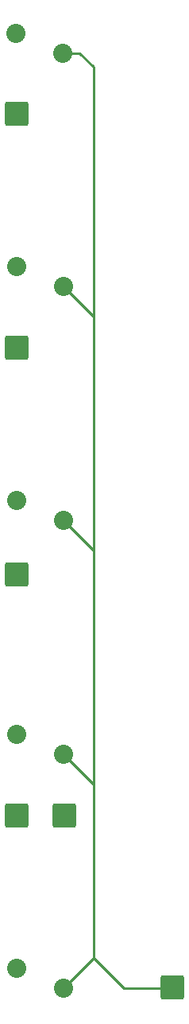
<source format=gbl>
%TF.GenerationSoftware,KiCad,Pcbnew,7.0.5*%
%TF.CreationDate,2023-07-09T21:28:36-04:00*%
%TF.ProjectId,Guitar_Hero_PCB_Switches,47756974-6172-45f4-9865-726f5f504342,v01*%
%TF.SameCoordinates,Original*%
%TF.FileFunction,Copper,L2,Bot*%
%TF.FilePolarity,Positive*%
%FSLAX46Y46*%
G04 Gerber Fmt 4.6, Leading zero omitted, Abs format (unit mm)*
G04 Created by KiCad (PCBNEW 7.0.5) date 2023-07-09 21:28:36*
%MOMM*%
%LPD*%
G01*
G04 APERTURE LIST*
G04 Aperture macros list*
%AMRoundRect*
0 Rectangle with rounded corners*
0 $1 Rounding radius*
0 $2 $3 $4 $5 $6 $7 $8 $9 X,Y pos of 4 corners*
0 Add a 4 corners polygon primitive as box body*
4,1,4,$2,$3,$4,$5,$6,$7,$8,$9,$2,$3,0*
0 Add four circle primitives for the rounded corners*
1,1,$1+$1,$2,$3*
1,1,$1+$1,$4,$5*
1,1,$1+$1,$6,$7*
1,1,$1+$1,$8,$9*
0 Add four rect primitives between the rounded corners*
20,1,$1+$1,$2,$3,$4,$5,0*
20,1,$1+$1,$4,$5,$6,$7,0*
20,1,$1+$1,$6,$7,$8,$9,0*
20,1,$1+$1,$8,$9,$2,$3,0*%
G04 Aperture macros list end*
%TA.AperFunction,ComponentPad*%
%ADD10C,2.032000*%
%TD*%
%TA.AperFunction,ComponentPad*%
%ADD11RoundRect,0.249999X-1.025001X-1.025001X1.025001X-1.025001X1.025001X1.025001X-1.025001X1.025001X0*%
%TD*%
%TA.AperFunction,Conductor*%
%ADD12C,0.254000*%
%TD*%
G04 APERTURE END LIST*
D10*
%TO.P,SW1,1,A*%
%TO.N,Net-(J7-Pin_1)*%
X135128000Y-75946000D03*
%TO.P,SW1,2,B*%
%TO.N,Net-(J12-Pin_1)*%
X130128000Y-73846000D03*
%TD*%
%TO.P,SW2,1,A*%
%TO.N,Net-(J7-Pin_1)*%
X135167000Y-100778000D03*
%TO.P,SW2,2,B*%
%TO.N,Net-(J11-Pin_1)*%
X130167000Y-98678000D03*
%TD*%
D11*
%TO.P,J12,1,Pin_1*%
%TO.N,Net-(J12-Pin_1)*%
X130175000Y-82423000D03*
%TD*%
%TO.P,J7,1,Pin_1*%
%TO.N,Net-(J7-Pin_1)*%
X146812000Y-175387000D03*
%TD*%
%TO.P,J9,1,Pin_1*%
%TO.N,Net-(J9-Pin_1)*%
X135255000Y-157099000D03*
%TD*%
%TO.P,J10,1,Pin_1*%
%TO.N,Net-(J10-Pin_1)*%
X130175000Y-131445000D03*
%TD*%
D10*
%TO.P,SW4,1,A*%
%TO.N,Net-(J7-Pin_1)*%
X135167000Y-150553000D03*
%TO.P,SW4,2,B*%
%TO.N,Net-(J9-Pin_1)*%
X130167000Y-148453000D03*
%TD*%
D11*
%TO.P,J11,1,Pin_1*%
%TO.N,Net-(J11-Pin_1)*%
X130175000Y-107315000D03*
%TD*%
D10*
%TO.P,SW3,1,A*%
%TO.N,Net-(J7-Pin_1)*%
X135167000Y-125670000D03*
%TO.P,SW3,2,B*%
%TO.N,Net-(J10-Pin_1)*%
X130167000Y-123570000D03*
%TD*%
%TO.P,SW5,1,A*%
%TO.N,Net-(J7-Pin_1)*%
X135167000Y-175445000D03*
%TO.P,SW5,2,B*%
%TO.N,Net-(J8-Pin_1)*%
X130167000Y-173345000D03*
%TD*%
D11*
%TO.P,J8,1,Pin_1*%
%TO.N,Net-(J8-Pin_1)*%
X130175000Y-157099000D03*
%TD*%
D12*
%TO.N,Net-(J7-Pin_1)*%
X138404600Y-104013000D02*
X138404600Y-128905000D01*
X135128000Y-75946000D02*
X136906000Y-75946000D01*
X138402000Y-104013000D02*
X138404600Y-104013000D01*
X136906000Y-75946000D02*
X138404600Y-77444600D01*
X138385600Y-153771600D02*
X138404600Y-153771600D01*
X138404600Y-128905000D02*
X138404600Y-153771600D01*
X138404600Y-77444600D02*
X138404600Y-104013000D01*
X138404600Y-172207400D02*
X141609600Y-175412400D01*
X135167000Y-175445000D02*
X138404600Y-172207400D01*
X141609600Y-175412400D02*
X146786600Y-175412400D01*
X146786600Y-175412400D02*
X146812000Y-175387000D01*
X138404600Y-153771600D02*
X138404600Y-171856400D01*
X138404600Y-172207400D02*
X138404600Y-171856400D01*
X135167000Y-100778000D02*
X138402000Y-104013000D01*
X138402000Y-128905000D02*
X138404600Y-128905000D01*
X135167000Y-150553000D02*
X138385600Y-153771600D01*
X135167000Y-125670000D02*
X138402000Y-128905000D01*
%TD*%
M02*

</source>
